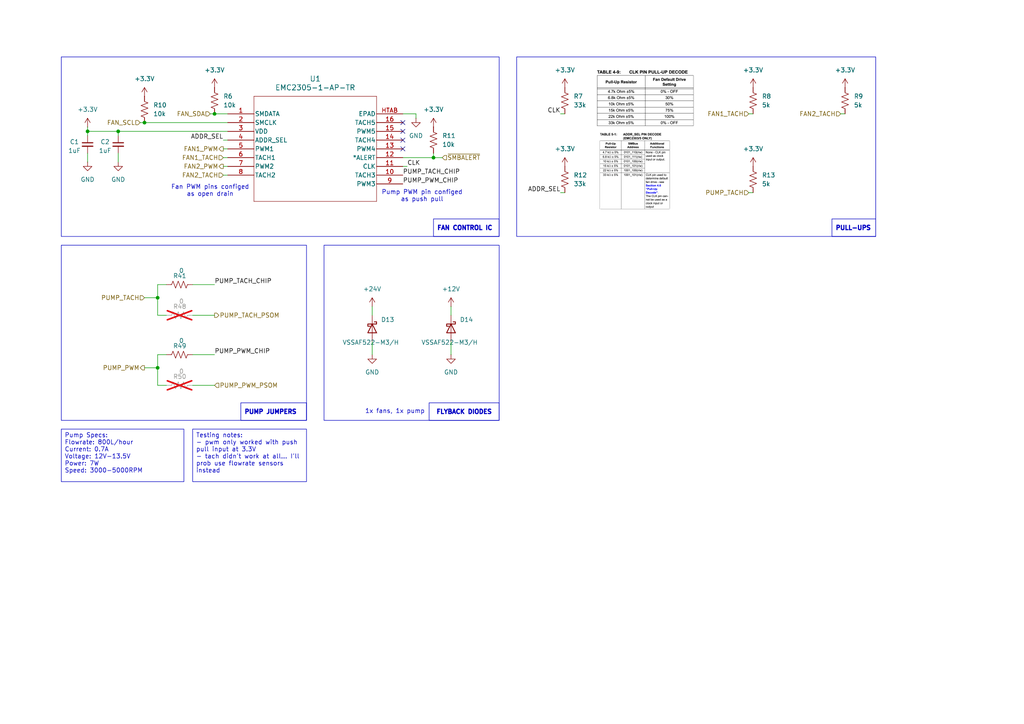
<source format=kicad_sch>
(kicad_sch (version 20250114) (generator "eeschema") (generator_version "9.0")
  (paper "A4")
  (lib_symbols
    (symbol "2024-11-02_21-04-42:EMC2305-1-AP-TR" (pin_names (offset 0.254))
      (property "Reference" "U" (at 25.4 10.16 0))
      (property "Value" "EMC2305-1-AP-TR" (at 25.4 7.62 0))
      (symbol "EMC2305-1-AP-TR_0_1"
        (polyline (pts (xy 7.62 5.08) (xy 7.62 -25.4)) (stroke (width 0.127)))
        (polyline (pts (xy 7.62 -25.4) (xy 43.18 -25.4)) (stroke (width 0.127)))
        (polyline (pts (xy 43.18 5.08) (xy 7.62 5.08)) (stroke (width 0.127)))
        (polyline (pts (xy 43.18 -25.4) (xy 43.18 5.08)) (stroke (width 0.127)))
        (pin bidirectional line (at 0 0 0) (length 7.62) (name "SMDATA") (number "1"))
        (pin input line (at 0 -2.54 0) (length 7.62) (name "SMCLK") (number "2"))
        (pin power_in line (at 0 -5.08 0) (length 7.62) (name "VDD") (number "3"))
        (pin bidirectional line (at 0 -7.62 0) (length 7.62) (name "ADDR_SEL") (number "4"))
        (pin output line (at 0 -10.16 0) (length 7.62) (name "PWM1") (number "5"))
        (pin input line (at 0 -12.7 0) (length 7.62) (name "TACH1") (number "6"))
        (pin output line (at 0 -15.24 0) (length 7.62) (name "PWM2") (number "7"))
        (pin input line (at 0 -17.78 0) (length 7.62) (name "TACH2") (number "8"))
        (pin unspecified line (at 50.8 0 180) (length 7.62) (name "EPAD") (number "HTAB"))
        (pin input line (at 50.8 -2.54 180) (length 7.62) (name "TACH5") (number "16"))
        (pin output line (at 50.8 -5.08 180) (length 7.62) (name "PWM5") (number "15"))
        (pin input line (at 50.8 -7.62 180) (length 7.62) (name "TACH4") (number "14"))
        (pin output line (at 50.8 -10.16 180) (length 7.62) (name "PWM4") (number "13"))
        (pin output line (at 50.8 -12.7 180) (length 7.62) (name "*ALERT") (number "12"))
        (pin bidirectional line (at 50.8 -15.24 180) (length 7.62) (name "CLK") (number "11"))
        (pin input line (at 50.8 -17.78 180) (length 7.62) (name "TACH3") (number "10"))
        (pin output line (at 50.8 -20.32 180) (length 7.62) (name "PWM3") (number "9"))
      )
    )
    (symbol "Device:C_Small" (pin_numbers (hide yes)) (pin_names (offset 0.254) (hide yes))
      (property "Reference" "C" (at 0.254 1.778 0))
      (property "Value" "C_Small" (at 0.254 -2.032 0))
      (symbol "C_Small_0_1"
        (polyline (pts (xy -1.524 0.508) (xy 1.524 0.508)) (stroke (width 0.3048)))
        (polyline (pts (xy -1.524 -0.508) (xy 1.524 -0.508)) (stroke (width 0.3302)))
      )
      (symbol "C_Small_1_1"
        (pin passive line (at 0 2.54 270) (length 2.032) (name "~") (number "1"))
        (pin passive line (at 0 -2.54 90) (length 2.032) (name "~") (number "2"))
      )
    )
    (symbol "Device:R_US" (pin_numbers (hide yes)) (pin_names (offset 0))
      (property "Reference" "R" (at 2.54 0 90))
      (property "Value" "R_US" (at -2.54 0 90))
      (symbol "R_US_0_1"
        (polyline (pts (xy 0 2.286) (xy 0 2.54)))
        (polyline (pts (xy 0 2.286) (xy 1.016 1.905) (xy 0 1.524) (xy -1.016 1.143) (xy 0 0.762)))
        (polyline (pts (xy 0 0.762) (xy 1.016 0.381) (xy 0 0) (xy -1.016 -0.381) (xy 0 -0.762)))
        (polyline (pts (xy 0 -0.762) (xy 1.016 -1.143) (xy 0 -1.524) (xy -1.016 -1.905) (xy 0 -2.286)))
        (polyline (pts (xy 0 -2.286) (xy 0 -2.54)))
      )
      (symbol "R_US_1_1"
        (pin passive line (at 0 3.81 270) (length 1.27) (name "~") (number "1"))
        (pin passive line (at 0 -3.81 90) (length 1.27) (name "~") (number "2"))
      )
    )
    (symbol "Diode:C3D25170H" (pin_numbers (hide yes)) (pin_names (offset 1.016) (hide yes))
      (property "Reference" "D" (at 0 2.54 0))
      (property "Value" "C3D25170H" (at 0 -2.54 0))
      (symbol "C3D25170H_0_1"
        (polyline (pts (xy -1.905 0.635) (xy -1.905 1.27) (xy -1.27 1.27) (xy -1.27 -1.27) (xy -0.635 -1.27) (xy -0.635 -0.635)) (stroke (width 0.254)))
        (polyline (pts (xy 1.27 1.27) (xy 1.27 -1.27) (xy -1.27 0) (xy 1.27 1.27)) (stroke (width 0.254)))
        (polyline (pts (xy 1.27 0) (xy -1.27 0)))
      )
      (symbol "C3D25170H_1_1"
        (pin passive line (at -3.81 0 0) (length 2.54) (name "K") (number "1"))
        (pin passive line (at 3.81 0 180) (length 2.54) (name "A") (number "2"))
      )
    )
    (symbol "power:+12V" (power) (pin_numbers (hide yes)) (pin_names (offset 0) (hide yes))
      (property "Value" "+12V" (at 0 3.556 0))
      (symbol "+12V_0_1"
        (polyline (pts (xy -0.762 1.27) (xy 0 2.54)))
        (polyline (pts (xy 0 2.54) (xy 0.762 1.27)))
        (polyline (pts (xy 0 0) (xy 0 2.54)))
      )
      (symbol "+12V_1_1"
        (pin power_in line (at 0 0 90) (length 0) (name "~") (number "1"))
      )
    )
    (symbol "power:+24V" (power) (pin_numbers (hide yes)) (pin_names (offset 0) (hide yes))
      (property "Value" "+24V" (at 0 3.556 0))
      (symbol "+24V_0_1"
        (polyline (pts (xy -0.762 1.27) (xy 0 2.54)))
        (polyline (pts (xy 0 2.54) (xy 0.762 1.27)))
        (polyline (pts (xy 0 0) (xy 0 2.54)))
      )
      (symbol "+24V_1_1"
        (pin power_in line (at 0 0 90) (length 0) (name "~") (number "1"))
      )
    )
    (symbol "power:+3.3V" (power) (pin_numbers (hide yes)) (pin_names (offset 0) (hide yes))
      (property "Value" "+3.3V" (at 0 3.556 0))
      (symbol "+3.3V_0_1"
        (polyline (pts (xy -0.762 1.27) (xy 0 2.54)))
        (polyline (pts (xy 0 2.54) (xy 0.762 1.27)))
        (polyline (pts (xy 0 0) (xy 0 2.54)))
      )
      (symbol "+3.3V_1_1"
        (pin power_in line (at 0 0 90) (length 0) (name "~") (number "1"))
      )
    )
    (symbol "power:GND" (power) (pin_numbers (hide yes)) (pin_names (offset 0) (hide yes))
      (property "Value" "GND" (at 0 -3.81 0))
      (symbol "GND_0_1"
        (polyline (pts (xy 0 0) (xy 0 -1.27) (xy 1.27 -1.27) (xy 0 -2.54) (xy -1.27 -1.27) (xy 0 -1.27)))
      )
      (symbol "GND_1_1"
        (pin power_in line (at 0 0 270) (length 0) (name "~") (number "1"))
      )
    )
  )
  (rectangle (start 17.78 71.12) (end 88.9 121.92))
  (rectangle (start 17.78 16.51) (end 144.78 68.58))
  (rectangle (start 149.86 16.51) (end 254 68.58))
  (rectangle (start 93.98 71.12) (end 144.78 121.92))
  (text "1x fans, 1x pump" (at 114.554 119.38 0) (effects (font (size 1.27 1.27))))
  (text "Fan PWM pins configed\nas open drain" (at 60.96 55.372 0) (effects (font (size 1.27 1.27))))
  (text "Pump PWM pin configed\nas push pull" (at 122.428 56.896 0) (effects (font (size 1.27 1.27))))
  (text_box "FLYBACK DIODES" (at 124.46 116.84 0) (size 20.32 5.08) (margins 0.9525 0.9525 0.9525 0.9525) (effects (font (size 1.27 1.27) (thickness 0.381) (bold yes))))
  (text_box "Testing notes:\n- pwm only worked with push pull input at 3.3V\n- tach didn't work at all... I'll prob use flowrate sensors instead" (at 55.88 124.46 0) (size 33.02 15.24) (margins 0.9525 0.9525 0.9525 0.9525) (effects (font (size 1.27 1.27)) (justify left top)))
  (text_box "FAN CONTROL IC" (at 125.73 63.5 0) (size 19.05 5.08) (margins 0.9525 0.9525 0.9525 0.9525) (effects (font (size 1.27 1.27) (thickness 0.381) (bold yes)) (justify left)))
  (text_box "Pump Specs:\nFlowrate: 800L/hour\nCurrent: 0.7A\nVoltage: 12V-13.5V\nPower: 7W\nSpeed: 3000-5000RPM" (at 17.78 124.46 0) (size 35.56 15.24) (margins 0.9525 0.9525 0.9525 0.9525) (effects (font (size 1.27 1.27)) (justify left top)))
  (text_box "PULL-UPS" (at 241.3 63.5 0) (size 12.7 5.08) (margins 0.9525 0.9525 0.9525 0.9525) (effects (font (size 1.27 1.27) (thickness 0.381) (bold yes)) (justify left)))
  (text_box "PUMP JUMPERS" (at 69.85 116.84 0) (size 19.05 5.08) (margins 0.9525 0.9525 0.9525 0.9525) (effects (font (size 1.27 1.27) (thickness 0.381) (bold yes)) (justify left)))
  (junction (at 41.91 35.56))
  (junction (at 125.73 45.72))
  (junction (at 34.29 38.1))
  (junction (at 45.72 106.68))
  (junction (at 45.72 86.36))
  (junction (at 25.4 38.1))
  (junction (at 62.23 33.02))
  (no_connect (at 116.84 35.56))
  (no_connect (at 116.84 43.18))
  (no_connect (at 116.84 38.1))
  (no_connect (at 116.84 40.64))
  (wire (pts (xy 120.65 34.29) (xy 120.65 33.02)))
  (wire (pts (xy 62.23 33.02) (xy 66.04 33.02)))
  (wire (pts (xy 125.73 44.45) (xy 125.73 45.72)))
  (wire (pts (xy 34.29 44.45) (xy 34.29 46.99)))
  (wire (pts (xy 25.4 46.99) (xy 25.4 44.45)))
  (wire (pts (xy 55.88 91.44) (xy 62.23 91.44)))
  (wire (pts (xy 48.26 82.55) (xy 45.72 82.55)))
  (wire (pts (xy 45.72 82.55) (xy 45.72 86.36)))
  (wire (pts (xy 45.72 91.44) (xy 48.26 91.44)))
  (wire (pts (xy 64.77 43.18) (xy 66.04 43.18)))
  (wire (pts (xy 64.77 50.8) (xy 66.04 50.8)))
  (wire (pts (xy 243.84 33.02) (xy 245.11 33.02)))
  (wire (pts (xy 60.96 33.02) (xy 62.23 33.02)))
  (wire (pts (xy 107.95 102.87) (xy 107.95 99.06)))
  (wire (pts (xy 45.72 102.87) (xy 45.72 106.68)))
  (wire (pts (xy 25.4 39.37) (xy 25.4 38.1)))
  (wire (pts (xy 64.77 40.64) (xy 66.04 40.64)))
  (wire (pts (xy 41.91 35.56) (xy 66.04 35.56)))
  (wire (pts (xy 45.72 106.68) (xy 45.72 111.76)))
  (wire (pts (xy 130.81 88.9) (xy 130.81 91.44)))
  (wire (pts (xy 34.29 38.1) (xy 66.04 38.1)))
  (wire (pts (xy 55.88 82.55) (xy 62.23 82.55)))
  (wire (pts (xy 217.17 33.02) (xy 218.44 33.02)))
  (wire (pts (xy 55.88 111.76) (xy 62.23 111.76)))
  (wire (pts (xy 130.81 102.87) (xy 130.81 99.06)))
  (wire (pts (xy 45.72 86.36) (xy 45.72 91.44)))
  (wire (pts (xy 64.77 45.72) (xy 66.04 45.72)))
  (wire (pts (xy 116.84 45.72) (xy 125.73 45.72)))
  (wire (pts (xy 55.88 102.87) (xy 62.23 102.87)))
  (wire (pts (xy 41.91 106.68) (xy 45.72 106.68)))
  (wire (pts (xy 125.73 45.72) (xy 128.27 45.72)))
  (wire (pts (xy 48.26 102.87) (xy 45.72 102.87)))
  (wire (pts (xy 34.29 39.37) (xy 34.29 38.1)))
  (wire (pts (xy 45.72 111.76) (xy 48.26 111.76)))
  (wire (pts (xy 162.56 55.88) (xy 163.83 55.88)))
  (wire (pts (xy 25.4 38.1) (xy 34.29 38.1)))
  (wire (pts (xy 120.65 33.02) (xy 116.84 33.02)))
  (wire (pts (xy 41.91 86.36) (xy 45.72 86.36)))
  (wire (pts (xy 162.56 33.02) (xy 163.83 33.02)))
  (wire (pts (xy 64.77 48.26) (xy 66.04 48.26)))
  (wire (pts (xy 107.95 88.9) (xy 107.95 91.44)))
  (wire (pts (xy 217.17 55.88) (xy 218.44 55.88)))
  (wire (pts (xy 25.4 36.83) (xy 25.4 38.1)))
  (wire (pts (xy 40.64 35.56) (xy 41.91 35.56)))
  (wire (pts (xy 118.11 48.26) (xy 116.84 48.26)))
  (image (at 184.15 49.53) (scale 0.100809))
  (image (at 187.1681 28.344) (scale 0.139667))
  (label "PUMP_TACH_CHIP" (at 62.23 82.55 0))
  (label "CLK" (at 162.56 33.02 180))
  (label "CLK" (at 118.11 48.26 0))
  (label "PUMP_PWM_CHIP" (at 62.23 102.87 0))
  (label "ADDR_SEL" (at 162.56 55.88 180))
  (label "ADDR_SEL" (at 64.77 40.64 180))
  (label "PUMP_PWM_CHIP" (at 116.84 53.34 0))
  (label "PUMP_TACH_CHIP" (at 116.84 50.8 0))
  (hierarchical_label "FAN2_PWM" (shape output) (at 64.77 48.26 180))
  (hierarchical_label "PUMP_TACH" (shape input) (at 41.91 86.36 180))
  (hierarchical_label "PUMP_PWM_PSOM" (shape input) (at 62.23 111.76 0))
  (hierarchical_label "FAN_SCL" (shape input) (at 40.64 35.56 180))
  (hierarchical_label "FAN2_TACH" (shape input) (at 243.84 33.02 180))
  (hierarchical_label "FAN1_TACH" (shape input) (at 217.17 33.02 180))
  (hierarchical_label "PUMP_TACH" (shape input) (at 217.17 55.88 180))
  (hierarchical_label "FAN1_PWM" (shape output) (at 64.77 43.18 180))
  (hierarchical_label "FAN_SDA" (shape input) (at 60.96 33.02 180))
  (hierarchical_label "~{SMBALERT}" (shape input) (at 128.27 45.72 0))
  (hierarchical_label "PUMP_PWM" (shape output) (at 41.91 106.68 180))
  (hierarchical_label "PUMP_TACH_PSOM" (shape output) (at 62.23 91.44 0))
  (hierarchical_label "FAN1_TACH" (shape input) (at 64.77 45.72 180))
  (hierarchical_label "FAN2_TACH" (shape input) (at 64.77 50.8 180))
  (symbol (lib_id "power:+3.3V") (at 163.83 25.4 0) (unit 1)
    (property "Reference" "#PWR025" (effects (hide yes)))
    (property "Value" "+3.3V" (at 163.83 20.32 0))
    (property "Description" "Power symbol creates a global label with name \"+3.3V\"" (effects (hide yes)))
  )
  (symbol (lib_id "power:GND") (at 107.95 102.87 0) (unit 1)
    (property "Reference" "#PWR040" (effects (hide yes)))
    (property "Value" "GND" (at 107.95 107.95 0))
    (property "Description" "Power symbol creates a global label with name \"GND\" , ground" (effects (hide yes)))
  )
  (symbol (lib_id "Device:R_US") (at 163.83 52.07 180) (unit 1)
    (property "Reference" "R12" (at 166.37 50.7999 0) (effects (justify right)))
    (property "Value" "33k" (at 166.37 53.3399 0) (effects (justify right)))
    (property "Footprint" "Resistor_SMD:R_0603_1608Metric_Pad0.98x0.95mm_HandSolder" (effects (hide yes)))
    (property "Description" "Resistor, US symbol" (effects (hide yes)))
  )
  (symbol (lib_id "Device:R_US") (at 163.83 29.21 180) (unit 1)
    (property "Reference" "R7" (at 166.37 27.9399 0) (effects (justify right)))
    (property "Value" "33k" (at 166.37 30.4799 0) (effects (justify right)))
    (property "Footprint" "Resistor_SMD:R_0603_1608Metric_Pad0.98x0.95mm_HandSolder" (effects (hide yes)))
    (property "Description" "Resistor, US symbol" (effects (hide yes)))
  )
  (symbol (lib_id "Diode:C3D25170H") (at 107.95 95.25 270) (unit 1)
    (property "Reference" "D13" (at 110.49 92.71 90) (effects (justify left)))
    (property "Value" "VSSAF522-M3/H" (at 99.314 99.314 90) (effects (justify left)))
    (property "Footprint" "UTSVT_Passive:SODFL5026X125N" (effects (hide yes)))
    (property "Datasheet" "https://www.wolfspeed.com/media/downloads/103/C3D25170H.pdf" (effects (hide yes)))
    (property "Description" "1700V, 25A, SiC Schottky Diode, TO-247" (effects (hide yes)))
  )
  (symbol (lib_id "power:+3.3V") (at 41.91 27.94 0) (unit 1)
    (property "Reference" "#PWR028" (effects (hide yes)))
    (property "Value" "+3.3V" (at 41.91 22.86 0))
    (property "Description" "Power symbol creates a global label with name \"+3.3V\"" (effects (hide yes)))
  )
  (symbol (lib_id "Device:R_US") (at 62.23 29.21 180) (unit 1)
    (property "Reference" "R6" (at 64.77 27.9399 0) (effects (justify right)))
    (property "Value" "10k" (at 64.77 30.4799 0) (effects (justify right)))
    (property "Footprint" "Resistor_SMD:R_0603_1608Metric_Pad0.98x0.95mm_HandSolder" (effects (hide yes)))
    (property "Description" "Resistor, US symbol" (effects (hide yes)))
  )
  (symbol (lib_id "power:+3.3V") (at 218.44 25.4 0) (unit 1)
    (property "Reference" "#PWR026" (effects (hide yes)))
    (property "Value" "+3.3V" (at 218.44 20.32 0))
    (property "Description" "Power symbol creates a global label with name \"+3.3V\"" (effects (hide yes)))
  )
  (symbol (lib_id "power:+3.3V") (at 25.4 36.83 0) (unit 1)
    (property "Reference" "#PWR030" (effects (hide yes)))
    (property "Value" "+3.3V" (at 25.4 31.75 0))
    (property "Description" "Power symbol creates a global label with name \"+3.3V\"" (effects (hide yes)))
  )
  (symbol (lib_id "power:+3.3V") (at 218.44 48.26 0) (unit 1)
    (property "Reference" "#PWR035" (effects (hide yes)))
    (property "Value" "+3.3V" (at 218.44 43.18 0))
    (property "Description" "Power symbol creates a global label with name \"+3.3V\"" (effects (hide yes)))
  )
  (symbol (lib_id "Device:R_US") (at 245.11 29.21 180) (unit 1)
    (property "Reference" "R9" (at 247.65 27.9399 0) (effects (justify right)))
    (property "Value" "5k" (at 247.65 30.4799 0) (effects (justify right)))
    (property "Footprint" "Resistor_SMD:R_0603_1608Metric_Pad0.98x0.95mm_HandSolder" (effects (hide yes)))
    (property "Description" "Resistor, US symbol" (effects (hide yes)))
  )
  (symbol (lib_id "power:+3.3V") (at 245.11 25.4 0) (unit 1)
    (property "Reference" "#PWR027" (effects (hide yes)))
    (property "Value" "+3.3V" (at 245.11 20.32 0))
    (property "Description" "Power symbol creates a global label with name \"+3.3V\"" (effects (hide yes)))
  )
  (symbol (lib_id "power:+3.3V") (at 125.73 36.83 0) (unit 1)
    (property "Reference" "#PWR031" (effects (hide yes)))
    (property "Value" "+3.3V" (at 125.73 31.75 0))
    (property "Description" "Power symbol creates a global label with name \"+3.3V\"" (effects (hide yes)))
  )
  (symbol (lib_id "Device:R_US") (at 52.07 111.76 90) (unit 1) (dnp yes)
    (property "Reference" "R50" (at 54.1019 109.22 90) (effects (justify left)))
    (property "Value" "0" (at 53.34 107.696 90) (effects (justify left)))
    (property "Footprint" "Resistor_SMD:R_0603_1608Metric_Pad0.98x0.95mm_HandSolder" (effects (hide yes)))
    (property "Description" "Resistor, US symbol" (effects (hide yes)))
  )
  (symbol (lib_id "power:GND") (at 120.65 34.29 0) (unit 1)
    (property "Reference" "#PWR029" (effects (hide yes)))
    (property "Value" "GND" (at 120.65 39.37 0))
    (property "Description" "Power symbol creates a global label with name \"GND\" , ground" (effects (hide yes)))
  )
  (symbol (lib_id "power:+3.3V") (at 163.83 48.26 0) (unit 1)
    (property "Reference" "#PWR034" (effects (hide yes)))
    (property "Value" "+3.3V" (at 163.83 43.18 0))
    (property "Description" "Power symbol creates a global label with name \"+3.3V\"" (effects (hide yes)))
  )
  (symbol (lib_id "Device:C_Small") (at 34.29 41.91 0) (unit 1)
    (property "Reference" "C2" (at 30.48 41.148 0))
    (property "Value" "1uF" (at 30.48 43.688 0))
    (property "Footprint" "Capacitor_SMD:C_0603_1608Metric_Pad1.08x0.95mm_HandSolder" (effects (hide yes)))
    (property "Description" "Unpolarized capacitor, small symbol" (effects (hide yes)))
    (property "P/N" "C0805C105K5PACTU" (effects (hide yes)))
  )
  (symbol (lib_id "power:+24V") (at 107.95 88.9 0) (unit 1)
    (property "Reference" "#PWR037" (effects (hide yes)))
    (property "Value" "+24V" (at 107.95 83.82 0))
    (property "Description" "Power symbol creates a global label with name \"+24V\"" (effects (hide yes)))
  )
  (symbol (lib_id "2024-11-02_21-04-42:EMC2305-1-AP-TR") (at 66.04 33.02 0) (unit 1)
    (property "Reference" "U1" (at 91.44 22.86 0) (effects (font (size 1.524 1.524))))
    (property "Value" "EMC2305-1-AP-TR" (at 91.44 25.4 0) (effects (font (size 1.524 1.524))))
    (property "Footprint" "PumpLib:QFN16_4x4MC_MCH" (effects (hide yes)))
    (property "Datasheet" "https://ww1.microchip.com/downloads/aemDocuments/documents/MSLD/ProductDocuments/DataSheets/EMC2301-2-3-5-Data-Sheet-DS20006532A.pdf" (effects (hide yes)))
    (property "P/N" "EMC2305-1-AP-TR" (effects (hide yes)))
  )
  (symbol (lib_id "Device:R_US") (at 52.07 82.55 90) (unit 1)
    (property "Reference" "R41" (at 54.1019 80.01 90) (effects (justify left)))
    (property "Value" "0" (at 53.34 78.486 90) (effects (justify left)))
    (property "Footprint" "Resistor_SMD:R_0603_1608Metric_Pad0.98x0.95mm_HandSolder" (effects (hide yes)))
    (property "Description" "Resistor, US symbol" (effects (hide yes)))
  )
  (symbol (lib_id "Device:R_US") (at 52.07 102.87 90) (unit 1)
    (property "Reference" "R49" (at 54.1019 100.33 90) (effects (justify left)))
    (property "Value" "0" (at 53.34 98.806 90) (effects (justify left)))
    (property "Footprint" "Resistor_SMD:R_0603_1608Metric_Pad0.98x0.95mm_HandSolder" (effects (hide yes)))
    (property "Description" "Resistor, US symbol" (effects (hide yes)))
  )
  (symbol (lib_id "Device:C_Small") (at 25.4 41.91 0) (unit 1)
    (property "Reference" "C1" (at 21.59 41.148 0))
    (property "Value" "1uF" (at 21.59 43.688 0))
    (property "Footprint" "Capacitor_SMD:C_0603_1608Metric_Pad1.08x0.95mm_HandSolder" (effects (hide yes)))
    (property "Description" "Unpolarized capacitor, small symbol" (effects (hide yes)))
    (property "P/N" "C0805C105K5PACTU" (effects (hide yes)))
  )
  (symbol (lib_id "Device:R_US") (at 218.44 52.07 180) (unit 1)
    (property "Reference" "R13" (at 220.98 50.7999 0) (effects (justify right)))
    (property "Value" "5k" (at 220.98 53.3399 0) (effects (justify right)))
    (property "Footprint" "Resistor_SMD:R_0603_1608Metric_Pad0.98x0.95mm_HandSolder" (effects (hide yes)))
    (property "Description" "Resistor, US symbol" (effects (hide yes)))
  )
  (symbol (lib_id "Device:R_US") (at 125.73 40.64 180) (unit 1)
    (property "Reference" "R11" (at 128.27 39.3699 0) (effects (justify right)))
    (property "Value" "10k" (at 128.27 41.9099 0) (effects (justify right)))
    (property "Footprint" "Resistor_SMD:R_0603_1608Metric_Pad0.98x0.95mm_HandSolder" (effects (hide yes)))
    (property "Description" "Resistor, US symbol" (effects (hide yes)))
  )
  (symbol (lib_id "power:GND") (at 25.4 46.99 0) (unit 1)
    (property "Reference" "#PWR032" (effects (hide yes)))
    (property "Value" "GND" (at 25.4 52.07 0))
    (property "Description" "Power symbol creates a global label with name \"GND\" , ground" (effects (hide yes)))
  )
  (symbol (lib_id "Device:R_US") (at 41.91 31.75 180) (unit 1)
    (property "Reference" "R10" (at 44.45 30.4799 0) (effects (justify right)))
    (property "Value" "10k" (at 44.45 33.0199 0) (effects (justify right)))
    (property "Footprint" "Resistor_SMD:R_0603_1608Metric_Pad0.98x0.95mm_HandSolder" (effects (hide yes)))
    (property "Description" "Resistor, US symbol" (effects (hide yes)))
  )
  (symbol (lib_id "power:+3.3V") (at 62.23 25.4 0) (unit 1)
    (property "Reference" "#PWR024" (effects (hide yes)))
    (property "Value" "+3.3V" (at 62.23 20.32 0))
    (property "Description" "Power symbol creates a global label with name \"+3.3V\"" (effects (hide yes)))
  )
  (symbol (lib_id "Device:R_US") (at 52.07 91.44 90) (unit 1) (dnp yes)
    (property "Reference" "R48" (at 54.1019 88.9 90) (effects (justify left)))
    (property "Value" "0" (at 53.34 87.376 90) (effects (justify left)))
    (property "Footprint" "Resistor_SMD:R_0603_1608Metric_Pad0.98x0.95mm_HandSolder" (effects (hide yes)))
    (property "Description" "Resistor, US symbol" (effects (hide yes)))
  )
  (symbol (lib_id "power:GND") (at 130.81 102.87 0) (unit 1)
    (property "Reference" "#PWR041" (effects (hide yes)))
    (property "Value" "GND" (at 130.81 107.95 0))
    (property "Description" "Power symbol creates a global label with name \"GND\" , ground" (effects (hide yes)))
  )
  (symbol (lib_id "power:GND") (at 34.29 46.99 0) (unit 1)
    (property "Reference" "#PWR033" (effects (hide yes)))
    (property "Value" "GND" (at 34.29 52.07 0))
    (property "Description" "Power symbol creates a global label with name \"GND\" , ground" (effects (hide yes)))
  )
  (symbol (lib_id "Device:R_US") (at 218.44 29.21 180) (unit 1)
    (property "Reference" "R8" (at 220.98 27.9399 0) (effects (justify right)))
    (property "Value" "5k" (at 220.98 30.4799 0) (effects (justify right)))
    (property "Footprint" "Resistor_SMD:R_0603_1608Metric_Pad0.98x0.95mm_HandSolder" (effects (hide yes)))
    (property "Description" "Resistor, US symbol" (effects (hide yes)))
  )
  (symbol (lib_id "power:+12V") (at 130.81 88.9 0) (unit 1)
    (property "Reference" "#PWR038" (effects (hide yes)))
    (property "Value" "+12V" (at 130.81 83.82 0))
    (property "Description" "Power symbol creates a global label with name \"+12V\"" (effects (hide yes)))
  )
  (symbol (lib_id "Diode:C3D25170H") (at 130.81 95.25 270) (unit 1)
    (property "Reference" "D14" (at 133.35 92.71 90) (effects (justify left)))
    (property "Value" "VSSAF522-M3/H" (at 122.174 99.314 90) (effects (justify left)))
    (property "Footprint" "UTSVT_Passive:SODFL5026X125N" (effects (hide yes)))
    (property "Datasheet" "https://www.wolfspeed.com/media/downloads/103/C3D25170H.pdf" (effects (hide yes)))
    (property "Description" "1700V, 25A, SiC Schottky Diode, TO-247" (effects (hide yes)))
  )
)
</source>
